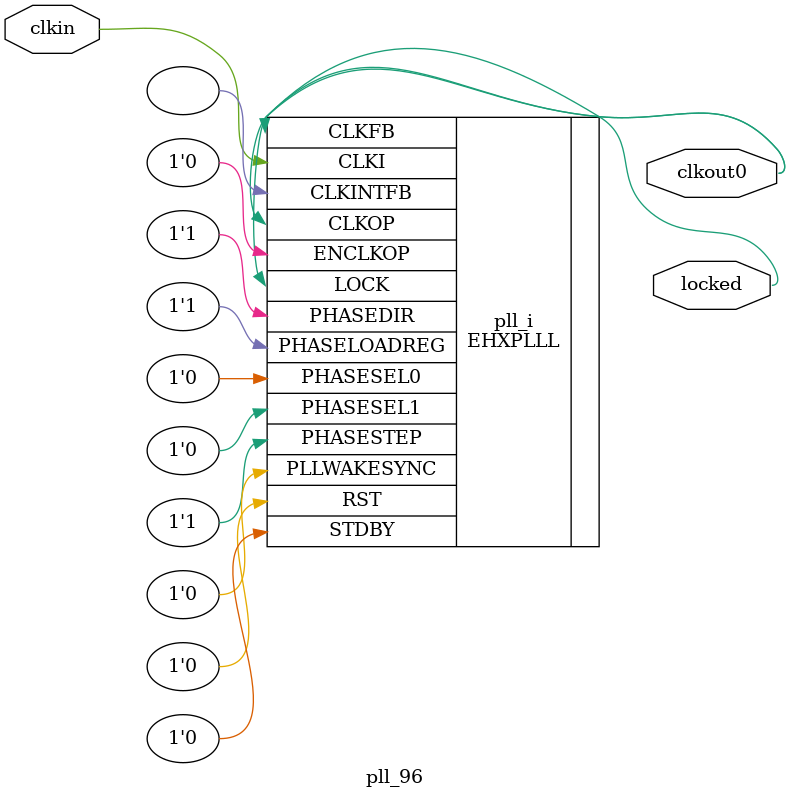
<source format=v>
module pll_96
(
    input clkin, // 25 MHz, 0 deg
    output clkout0, // 95.8333 MHz, 0 deg
    output locked
);
(* FREQUENCY_PIN_CLKI="25" *)
(* FREQUENCY_PIN_CLKOP="95.8333" *)
(* ICP_CURRENT="12" *) (* LPF_RESISTOR="8" *) (* MFG_ENABLE_FILTEROPAMP="1" *) (* MFG_GMCREF_SEL="2" *)
EHXPLLL #(
        .PLLRST_ENA("DISABLED"),
        .INTFB_WAKE("DISABLED"),
        .STDBY_ENABLE("DISABLED"),
        .DPHASE_SOURCE("DISABLED"),
        .OUTDIVIDER_MUXA("DIVA"),
        .OUTDIVIDER_MUXB("DIVB"),
        .OUTDIVIDER_MUXC("DIVC"),
        .OUTDIVIDER_MUXD("DIVD"),
        .CLKI_DIV(6),
        .CLKOP_ENABLE("ENABLED"),
        .CLKOP_DIV(6),
        .CLKOP_CPHASE(5),
        .CLKOP_FPHASE(0),
        .FEEDBK_PATH("CLKOP"),
        .CLKFB_DIV(23)
    ) pll_i (
        .RST(1'b0),
        .STDBY(1'b0),
        .CLKI(clkin),
        .CLKOP(clkout0),
        .CLKFB(clkout0),
        .CLKINTFB(),
        .PHASESEL0(1'b0),
        .PHASESEL1(1'b0),
        .PHASEDIR(1'b1),
        .PHASESTEP(1'b1),
        .PHASELOADREG(1'b1),
        .PLLWAKESYNC(1'b0),
        .ENCLKOP(1'b0),
        .LOCK(locked)
	);
endmodule

</source>
